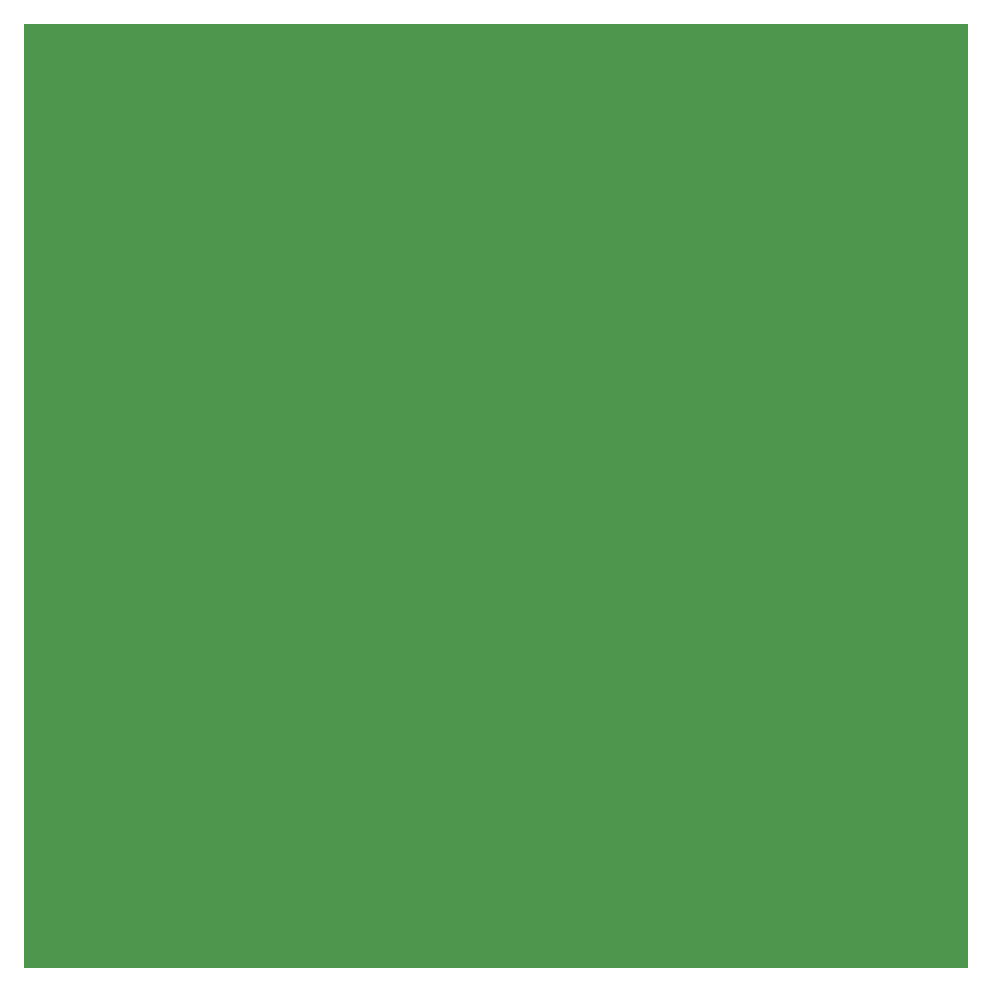
<source format=gbr>
G04 ===== Begin FILE IDENTIFICATION =====*
G04 File Format:  Gerber RS274X*
G04 ===== End FILE IDENTIFICATION =====*
%FSLAX24Y24*%
%MOMM*%
%SFA1.0000B1.0000*%
%OFA0.0B0.0*%
%ADD14R,80.000000X80.000000*%
%LNGND_plane_NM*%
%IPPOS*%
%LPD*%
G75*
D14*
X0Y0D03*
X0Y0D03*
X0Y0D03*
M02*


</source>
